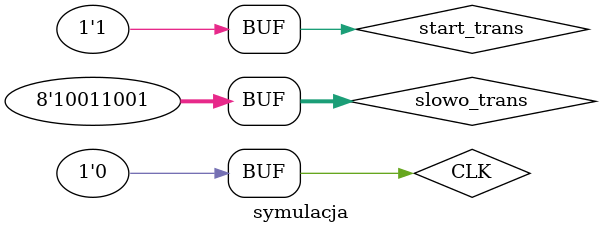
<source format=v>
`timescale 1ns / 1ps

module symulacja;

	// Inputs
	reg [7:0] slowo_trans;
	reg start_trans;
	reg CLK;

	// Outputs
	wire transmisja;
	wire wyjscie_trans;

	// Instantiate the Unit Under Test (UUT)
	main uut (
		.slowo_trans(slowo_trans), 
		.start_trans(start_trans), 
		.CLK(CLK), 
		.transmisja(transmisja), 
		.wyjscie_trans(wyjscie_trans)
	);

	initial begin
		// Initialize Inputs
		slowo_trans = 0;
		start_trans = 1;
		CLK = 0;

		// Wait 100 ns for global reset to finish
		#100;
       
		slowo_trans = 8'b10011001;
		 
		#100;
		
		start_trans = 0;
		CLK = 1;
		
		#50;
		start_trans = 1;
		CLK = 0;
		
		#50
		CLK = 1;
		#50
		CLK = 0;
		#50
		CLK = 1;
		#50
		CLK = 0;
		#50
		CLK = 1;
		#50
		CLK = 0;
		#50
		CLK = 1;
		#50
		CLK = 0;
		#50
		CLK = 1;
		#50
		CLK = 0;
		#50
		CLK = 1;
		#50
		CLK = 0;
		#50
		CLK = 1;
		#50
		CLK = 0;
		#50
		CLK = 1;
		#50
		CLK = 0;
		#50
		CLK = 1;
		#50
		CLK = 0;
		#50
		CLK = 1;
		#50
		CLK = 0;
		#50
		CLK = 1;
		#50
		CLK = 0;
		#50
		CLK = 1;
		#50
		CLK = 0;
		#50
		CLK = 1;
		#50
		CLK = 0;
		#50
		CLK = 1;
		#50
		CLK = 0;
		#50
		CLK = 1;
		#50
		CLK = 0;
		#50
		CLK = 1;
		#50
		CLK = 0;
		#50
		CLK = 1;
		#50
		CLK = 0;
		#50
		CLK = 1;
		#50
		CLK = 0;
		#50
		CLK = 1;
		#50
		CLK = 0;
		#50
		CLK = 1;
		#50
		CLK = 0;
		#50
		CLK = 1;
		#50
		CLK = 0;
		#50
		CLK = 1;
		#50
		CLK = 0;
		#50
		CLK = 1;
		#50
		CLK = 0;
		#50
		CLK = 1;
		#50
		CLK = 0;
		#50
		CLK = 1;
		#50
		CLK = 0;
		#50
		CLK = 1;
		#50
		CLK = 0;
		#50
		CLK = 1;
		#50
		CLK = 0;
		#50
		CLK = 1;
		#50
		CLK = 0;
		#50
		CLK = 1;
		#50
		CLK = 0;
		#50
		CLK = 1;
		#50
		CLK = 0;
		#50
		CLK = 1;
		#50
		CLK = 0;
		#50
		CLK = 1;
		#50
		CLK = 0;
		#50
		CLK = 1;
		#50
		CLK = 0;
		#50
		CLK = 1;
		#50
		CLK = 0;
		#50
		CLK = 1;
		#50
		CLK = 0;
		#50
		CLK = 1;
		#50
		CLK = 0;
		#50
		CLK = 1;
		#50
		CLK = 0;
		#50
		CLK = 1;
		#50
		CLK = 0;
		#50
		CLK = 1;
		#50
		CLK = 0;
		#50
		CLK = 1;
		#50
		CLK = 0;
		

		 
		// Add stimulus here

	end
      
endmodule


</source>
